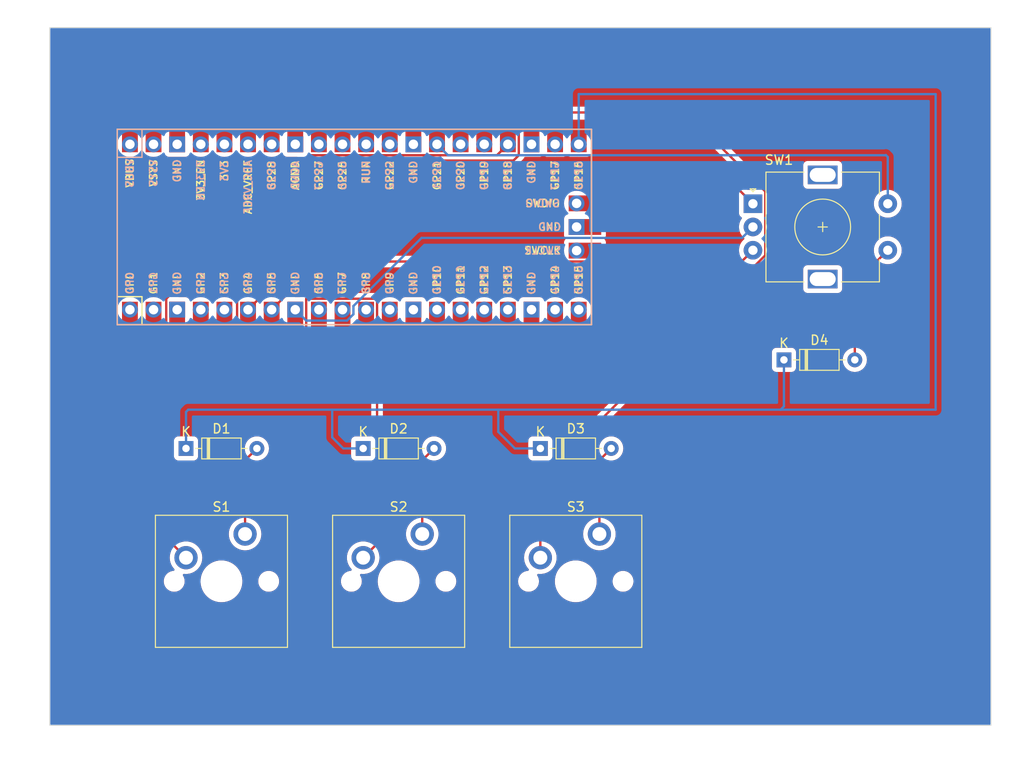
<source format=kicad_pcb>
(kicad_pcb (version 20221018) (generator pcbnew)
  (layers (0 "F.Cu" signal) (31 "B.Cu" signal) (34 "B.Paste" user) (35 "F.Paste" user) (36 "B.SilkS" user "B.Silkscreen") (37 "F.SilkS" user "F.Silkscreen") (38 "B.Mask" user) (39 "F.Mask" user) (44 "Edge.Cuts" user))
  (net 0 "")
  (net 1 "Row 0")
  (net 2 "Net-(D1-A)")
  (net 3 "Net-(D2-A)")
  (net 4 "Net-(D3-A)")
  (net 5 "Col 0")
  (net 6 "Col 1")
  (net 7 "Col 2")
  (net 8 "A(GP4)")
  (net 9 "B(GP5)")
  (net 10 "C(GND)")
  (net 11 "Net-(D4-A)")
  (net 30 "Col 3")
  (footprint "Rotary_Encoder:RotaryEncoder_Alps_EC11E-Switch_Vertical_H20mm" (layer "F.Cu") (at 193.487873 66.986268)
    (fp_text reference "SW1" (at 2.8 -4.7) (layer "F.SilkS"))
    (fp_text value "RotaryEncoder_Switch")
    (fp_line (start -0.3 -1.6) (end 0.3 -1.6) (stroke (width 0.12)) (layer "F.SilkS"))
    (fp_line (start 0 -1.3) (end -0.3 -1.6) (stroke (width 0.12)) (layer "F.SilkS"))
    (fp_line (start 0.3 -1.6) (end 0 -1.3) (stroke (width 0.12)) (layer "F.SilkS"))
    (fp_line (start 1.4 -3.4) (end 1.4 8.4) (stroke (width 0.12)) (layer "F.SilkS"))
    (fp_line (start 5.5 -3.4) (end 1.4 -3.4) (stroke (width 0.12)) (layer "F.SilkS"))
    (fp_line (start 5.5 8.4) (end 1.4 8.4) (stroke (width 0.12)) (layer "F.SilkS"))
    (fp_line (start 7 2.5) (end 8 2.5) (stroke (width 0.12)) (layer "F.SilkS"))
    (fp_line (start 7.5 2) (end 7.5 3) (stroke (width 0.12)) (layer "F.SilkS"))
    (fp_line (start 9.5 -3.4) (end 13.6 -3.4) (stroke (width 0.12)) (layer "F.SilkS"))
    (fp_line (start 13.6 -3.4) (end 13.6 -1) (stroke (width 0.12)) (layer "F.SilkS"))
    (fp_line (start 13.6 1.2) (end 13.6 3.8) (stroke (width 0.12)) (layer "F.SilkS"))
    (fp_line (start 13.6 6) (end 13.6 8.4) (stroke (width 0.12)) (layer "F.SilkS"))
    (fp_line (start 13.6 8.4) (end 9.5 8.4) (stroke (width 0.12)) (layer "F.SilkS"))
    (fp_circle (center 7.5 2.5) (end 10.5 2.5) (stroke (width 0.12)) (fill none) (layer "F.SilkS"))
    (pad "A" thru_hole rect (at 0 0) (size 2 2) (drill 1) (layers "*.Cu" "*.Mask") (net 8 "A(GP4)"))
    (pad "B" thru_hole circle (at 0 5) (size 2 2) (drill 1) (layers "*.Cu" "*.Mask") (net 9 "B(GP5)"))
    (pad "C" thru_hole circle (at 0 2.5) (size 2 2) (drill 1) (layers "*.Cu" "*.Mask") (net 10 "C(GND)"))
    (pad "MP" thru_hole rect (at 7.5 -3.1) (size 3.2 2) (drill oval 2.8 1.5) (layers "*.Cu" "*.Mask"))
    (pad "MP" thru_hole rect (at 7.5 8.1) (size 3.2 2) (drill oval 2.8 1.5) (layers "*.Cu" "*.Mask"))
    (pad "S1" thru_hole circle (at 14.5 5) (size 2 2) (drill 1) (layers "*.Cu" "*.Mask") (net 11 "Net-(D4-A)"))
    (pad "S2" thru_hole circle (at 14.5 0) (size 2 2) (drill 1) (layers "*.Cu" "*.Mask") (net 30 "Col 3"))
  )
  (footprint "ScottoKeebs_Components:Diode_DO-35" (layer "F.Cu") (at 151.577889 93.298788)
    (fp_text reference "D2" (at 3.81 -2.12) (layer "F.SilkS"))
    (fp_text value "Diode")
    (fp_text user "K" (at 0 -1.8) (layer "F.SilkS"))
    (fp_line (start 1.04 0) (end 1.69 0) (stroke (width 0.12)) (layer "F.SilkS"))
    (fp_line (start 1.69 -1.12) (end 1.69 1.12) (stroke (width 0.12)) (layer "F.SilkS"))
    (fp_line (start 1.69 1.12) (end 5.93 1.12) (stroke (width 0.12)) (layer "F.SilkS"))
    (fp_line (start 2.29 -1.12) (end 2.29 1.12) (stroke (width 0.12)) (layer "F.SilkS"))
    (fp_line (start 2.41 -1.12) (end 2.41 1.12) (stroke (width 0.12)) (layer "F.SilkS"))
    (fp_line (start 2.53 -1.12) (end 2.53 1.12) (stroke (width 0.12)) (layer "F.SilkS"))
    (fp_line (start 5.93 -1.12) (end 1.69 -1.12) (stroke (width 0.12)) (layer "F.SilkS"))
    (fp_line (start 5.93 1.12) (end 5.93 -1.12) (stroke (width 0.12)) (layer "F.SilkS"))
    (fp_line (start 6.58 0) (end 5.93 0) (stroke (width 0.12)) (layer "F.SilkS"))
    (pad "1" thru_hole rect (at 0 0) (size 1.6 1.6) (drill 0.8) (layers "*.Cu" "*.Mask") (net 1 "Row 0"))
    (pad "2" thru_hole oval (at 7.62 0) (size 1.6 1.6) (drill 0.8) (layers "*.Cu" "*.Mask") (net 3 "Net-(D2-A)"))
  )
  (footprint "ScottoKeebs_Components:Diode_DO-35" (layer "F.Cu") (at 132.527873 93.298788)
    (fp_text reference "D1" (at 3.81 -2.12) (layer "F.SilkS"))
    (fp_text value "Diode")
    (fp_text user "K" (at 0 -1.8) (layer "F.SilkS"))
    (fp_line (start 1.04 0) (end 1.69 0) (stroke (width 0.12)) (layer "F.SilkS"))
    (fp_line (start 1.69 -1.12) (end 1.69 1.12) (stroke (width 0.12)) (layer "F.SilkS"))
    (fp_line (start 1.69 1.12) (end 5.93 1.12) (stroke (width 0.12)) (layer "F.SilkS"))
    (fp_line (start 2.29 -1.12) (end 2.29 1.12) (stroke (width 0.12)) (layer "F.SilkS"))
    (fp_line (start 2.41 -1.12) (end 2.41 1.12) (stroke (width 0.12)) (layer "F.SilkS"))
    (fp_line (start 2.53 -1.12) (end 2.53 1.12) (stroke (width 0.12)) (layer "F.SilkS"))
    (fp_line (start 5.93 -1.12) (end 1.69 -1.12) (stroke (width 0.12)) (layer "F.SilkS"))
    (fp_line (start 5.93 1.12) (end 5.93 -1.12) (stroke (width 0.12)) (layer "F.SilkS"))
    (fp_line (start 6.58 0) (end 5.93 0) (stroke (width 0.12)) (layer "F.SilkS"))
    (pad "1" thru_hole rect (at 0 0) (size 1.6 1.6) (drill 0.8) (layers "*.Cu" "*.Mask") (net 1 "Row 0"))
    (pad "2" thru_hole oval (at 7.62 0) (size 1.6 1.6) (drill 0.8) (layers "*.Cu" "*.Mask") (net 2 "Net-(D1-A)"))
  )
  (footprint "ScottoKeebs_Components:Diode_DO-35" (layer "F.Cu") (at 196.821677 83.77378)
    (fp_text reference "D4" (at 3.81 -2.12) (layer "F.SilkS"))
    (fp_text value "Diode")
    (fp_text user "K" (at 0 -1.8) (layer "F.SilkS"))
    (fp_line (start 1.04 0) (end 1.69 0) (stroke (width 0.12)) (layer "F.SilkS"))
    (fp_line (start 1.69 -1.12) (end 1.69 1.12) (stroke (width 0.12)) (layer "F.SilkS"))
    (fp_line (start 1.69 1.12) (end 5.93 1.12) (stroke (width 0.12)) (layer "F.SilkS"))
    (fp_line (start 2.29 -1.12) (end 2.29 1.12) (stroke (width 0.12)) (layer "F.SilkS"))
    (fp_line (start 2.41 -1.12) (end 2.41 1.12) (stroke (width 0.12)) (layer "F.SilkS"))
    (fp_line (start 2.53 -1.12) (end 2.53 1.12) (stroke (width 0.12)) (layer "F.SilkS"))
    (fp_line (start 5.93 -1.12) (end 1.69 -1.12) (stroke (width 0.12)) (layer "F.SilkS"))
    (fp_line (start 5.93 1.12) (end 5.93 -1.12) (stroke (width 0.12)) (layer "F.SilkS"))
    (fp_line (start 6.58 0) (end 5.93 0) (stroke (width 0.12)) (layer "F.SilkS"))
    (pad "1" thru_hole rect (at 0 0) (size 1.6 1.6) (drill 0.8) (layers "*.Cu" "*.Mask") (net 1 "Row 0"))
    (pad "2" thru_hole oval (at 7.62 0) (size 1.6 1.6) (drill 0.8) (layers "*.Cu" "*.Mask") (net 11 "Net-(D4-A)"))
  )
  (footprint "ScottoKeebs_MX:MX_PCB_1.00u" (layer "F.Cu") (at 155.387873 107.586268)
    (fp_text reference "S2" (at 0 -8) (layer "F.SilkS"))
    (fp_text value "Keyswitch")
    (fp_line (start -7.1 -7.1) (end -7.1 7.1) (stroke (width 0.12)) (layer "F.SilkS"))
    (fp_line (start -7.1 7.1) (end 7.1 7.1) (stroke (width 0.12)) (layer "F.SilkS"))
    (fp_line (start 7.1 -7.1) (end -7.1 -7.1) (stroke (width 0.12)) (layer "F.SilkS"))
    (fp_line (start 7.1 7.1) (end 7.1 -7.1) (stroke (width 0.12)) (layer "F.SilkS"))
    (pad "" np_thru_hole circle (at -5.08 0) (size 1.75 1.75) (drill 1.75) (layers "*.Cu" "*.Mask"))
    (pad "" np_thru_hole circle (at 0 0) (size 4 4) (drill 4) (layers "*.Cu" "*.Mask"))
    (pad "" np_thru_hole circle (at 5.08 0) (size 1.75 1.75) (drill 1.75) (layers "*.Cu" "*.Mask"))
    (pad "1" thru_hole circle (at -3.81 -2.54) (size 2.5 2.5) (drill 1.5) (layers "*.Cu" "*.Mask") (net 6 "Col 1"))
    (pad "2" thru_hole circle (at 2.54 -5.08) (size 2.5 2.5) (drill 1.5) (layers "*.Cu" "*.Mask") (net 3 "Net-(D2-A)"))
  )
  (footprint "ScottoKeebs_MX:MX_PCB_1.00u" (layer "F.Cu") (at 174.437873 107.586268)
    (fp_text reference "S3" (at 0 -8) (layer "F.SilkS"))
    (fp_text value "Keyswitch")
    (fp_line (start -7.1 -7.1) (end -7.1 7.1) (stroke (width 0.12)) (layer "F.SilkS"))
    (fp_line (start -7.1 7.1) (end 7.1 7.1) (stroke (width 0.12)) (layer "F.SilkS"))
    (fp_line (start 7.1 -7.1) (end -7.1 -7.1) (stroke (width 0.12)) (layer "F.SilkS"))
    (fp_line (start 7.1 7.1) (end 7.1 -7.1) (stroke (width 0.12)) (layer "F.SilkS"))
    (pad "" np_thru_hole circle (at -5.08 0) (size 1.75 1.75) (drill 1.75) (layers "*.Cu" "*.Mask"))
    (pad "" np_thru_hole circle (at 0 0) (size 4 4) (drill 4) (layers "*.Cu" "*.Mask"))
    (pad "" np_thru_hole circle (at 5.08 0) (size 1.75 1.75) (drill 1.75) (layers "*.Cu" "*.Mask"))
    (pad "1" thru_hole circle (at -3.81 -2.54) (size 2.5 2.5) (drill 1.5) (layers "*.Cu" "*.Mask") (net 7 "Col 2"))
    (pad "2" thru_hole circle (at 2.54 -5.08) (size 2.5 2.5) (drill 1.5) (layers "*.Cu" "*.Mask") (net 4 "Net-(D3-A)"))
  )
  (footprint "ScottoKeebs_MCU:Raspberry_Pi_Pico" (layer "F.Cu") (at 150.625373 69.486268 90)
    (fp_text reference "U1" hide)
    (fp_text value "Raspberry_Pi_Pico" hide)
    (fp_text user "GP26" (at 5.54 -1.27 90) (layer "B.SilkS") (effects (font (size 0.8 0.8)) (justify mirror)))
    (fp_text user "AGND" (at 5.54 -6.35 90) (layer "B.SilkS") (effects (font (size 0.8 0.8)) (justify mirror)))
    (fp_text user "GP1" (at -6.04 -21.6 90) (layer "B.SilkS") (effects (font (size 0.8 0.8)) (justify mirror)))
    (fp_text user "GP19" (at 5.54 13.97 90) (layer "B.SilkS") (effects (font (size 0.8 0.8)) (justify mirror)))
    (fp_text user "GND" (at -6.04 -6.35 90) (layer "B.SilkS") (effects (font (size 0.8 0.8)) (justify mirror)))
    (fp_text user "ADC_VREF" (at 4.29 -11.43 90) (layer "B.SilkS") (effects (font (size 0.8 0.8)) (justify mirror)))
    (fp_text user "GND" (at -6.04 6.35 90) (layer "B.SilkS") (effects (font (size 0.8 0.8)) (justify mirror)))
    (fp_text user "GP21" (at 5.54 8.9 90) (layer "B.SilkS") (effects (font (size 0.8 0.8)) (justify mirror)))
    (fp_text user "GP8" (at -6.04 1.27 90) (layer "B.SilkS") (effects (font (size 0.8 0.8)) (justify mirror)))
    (fp_text user "SWCLK" (at -2.54 20.25) (layer "B.SilkS") (effects (font (size 0.8 0.8)) (justify mirror)))
    (fp_text user "VBUS" (at 5.79 -24.13 90) (layer "B.SilkS") (effects (font (size 0.8 0.8)) (justify mirror)))
    (fp_text user "GND" (at 5.89 6.35 90) (layer "B.SilkS") (effects (font (size 0.8 0.8)) (justify mirror)))
    (fp_text user "GND" (at 5.89 19.05 90) (layer "B.SilkS") (effects (font (size 0.8 0.8)) (justify mirror)))
    (fp_text user "GP7" (at -6.04 -1.3 90) (layer "B.SilkS") (effects (font (size 0.8 0.8)) (justify mirror)))
    (fp_text user "GND" (at -6.04 -19.05 90) (layer "B.SilkS") (effects (font (size 0.8 0.8)) (justify mirror)))
    (fp_text user "GP0" (at -6.04 -24.13 90) (layer "B.SilkS") (effects (font (size 0.8 0.8)) (justify mirror)))
    (fp_text user "GP14" (at -5.69 21.59 90) (layer "B.SilkS") (effects (font (size 0.8 0.8)) (justify mirror)))
    (fp_text user "GP2" (at -6.04 -16.51 90) (layer "B.SilkS") (effects (font (size 0.8 0.8)) (justify mirror)))
    (fp_text user "GP20" (at 5.54 11.43 90) (layer "B.SilkS") (effects (font (size 0.8 0.8)) (justify mirror)))
    (fp_text user "GP4" (at -6.04 -11.43 90) (layer "B.SilkS") (effects (font (size 0.8 0.8)) (justify mirror)))
    (fp_text user "GP13" (at -5.69 16.51 90) (layer "B.SilkS") (effects (font (size 0.8 0.8)) (justify mirror)))
    (fp_text user "GP16" (at 5.54 24.13 90) (layer "B.SilkS") (effects (font (size 0.8 0.8)) (justify mirror)))
    (fp_text user "GP28" (at 5.54 -8.89 90) (layer "B.SilkS") (effects (font (size 0.8 0.8)) (justify mirror)))
    (fp_text user "GP27" (at 5.54 -3.8 90) (layer "B.SilkS") (effects (font (size 0.8 0.8)) (justify mirror)))
    (fp_text user "RUN" (at 5.89 1.27 90) (layer "B.SilkS") (effects (font (size 0.8 0.8)) (justify mirror)))
    (fp_text user "GP18" (at 5.54 16.51 90) (layer "B.SilkS") (effects (font (size 0.8 0.8)) (justify mirror)))
    (fp_text user "GP22" (at 5.54 3.81 90) (layer "B.SilkS") (effects (font (size 0.8 0.8)) (justify mirror)))
    (fp_text user "GP15" (at -5.69 24.13 90) (layer "B.SilkS") (effects (font (size 0.8 0.8)) (justify mirror)))
    (fp_text user "3V3" (at 6.04 -13.97 90) (layer "B.SilkS") (effects (font (size 0.8 0.8)) (justify mirror)))
    (fp_text user "GP3" (at -6.04 -13.97 90) (layer "B.SilkS") (effects (font (size 0.8 0.8)) (justify mirror)))
    (fp_text user "VSYS" (at 5.79 -21.59 90) (layer "B.SilkS") (effects (font (size 0.8 0.8)) (justify mirror)))
    (fp_text user "GP5" (at -6.04 -8.89 90) (layer "B.SilkS") (effects (font (size 0.8 0.8)) (justify mirror)))
    (fp_text user "GP11" (at -5.69 11.43 90) (layer "B.SilkS") (effects (font (size 0.8 0.8)) (justify mirror)))
    (fp_text user "GND" (at 0 21) (layer "B.SilkS") (effects (font (size 0.8 0.8)) (justify mirror)))
    (fp_text user "GP12" (at -5.69 13.97 90) (layer "B.SilkS") (effects (font (size 0.8 0.8)) (justify mirror)))
    (fp_text user "SWDIO" (at 2.54 20.25) (layer "B.SilkS") (effects (font (size 0.8 0.8)) (justify mirror)))
    (fp_text user "GP17" (at 5.54 21.59 90) (layer "B.SilkS") (effects (font (size 0.8 0.8)) (justify mirror)))
    (fp_text user "GP6" (at -6.04 -3.81 90) (layer "B.SilkS") (effects (font (size 0.8 0.8)) (justify mirror)))
    (fp_text user "GP9" (at -6.04 3.81 90) (layer "B.SilkS") (effects (font (size 0.8 0.8)) (justify mirror)))
    (fp_text user "GP10" (at -5.69 8.89 90) (layer "B.SilkS") (effects (font (size 0.8 0.8)) (justify mirror)))
    (fp_text user "3V3_EN" (at 5.04 -16.51 90) (layer "B.SilkS") (effects (font (size 0.8 0.8)) (justify mirror)))
    (fp_text user "GND" (at -6.04 19.05 90) (layer "B.SilkS") (effects (font (size 0.8 0.8)) (justify mirror)))
    (fp_text user "GND" (at 6.04 -19.05 90) (layer "B.SilkS") (effects (font (size 0.8 0.8)) (justify mirror)))
    (fp_text user "AGND" (at 5.54 -6.35 90) (layer "F.SilkS") (effects (font (size 0.8 0.8))))
    (fp_text user "GND" (at 6.04 -19.05 90) (layer "F.SilkS") (effects (font (size 0.8 0.8))))
    (fp_text user "GP18" (at 5.54 16.51 90) (layer "F.SilkS") (effects (font (size 0.8 0.8))))
    (fp_text user "GP9" (at -6.04 3.81 90) (layer "F.SilkS") (effects (font (size 0.8 0.8))))
    (fp_text user "ADC_VREF" (at 4.29 -11.43 90) (layer "F.SilkS") (effects (font (size 0.8 0.8))))
    (fp_text user "GP19" (at 5.54 13.97 90) (layer "F.SilkS") (effects (font (size 0.8 0.8))))
    (fp_text user "GP1" (at -6.04 -21.6 90) (layer "F.SilkS") (effects (font (size 0.8 0.8))))
    (fp_text user "SWCLK" (at -2.54 20.25) (layer "F.SilkS") (effects (font (size 0.8 0.8))))
    (fp_text user "RUN" (at 5.89 1.27 90) (layer "F.SilkS") (effects (font (size 0.8 0.8))))
    (fp_text user "GP2" (at -6.04 -16.51 90) (layer "F.SilkS") (effects (font (size 0.8 0.8))))
    (fp_text user "GP0" (at -6.04 -24.13 90) (layer "F.SilkS") (effects (font (size 0.8 0.8))))
    (fp_text user "GP22" (at 5.54 3.81 90) (layer "F.SilkS") (effects (font (size 0.8 0.8))))
    (fp_text user "GP12" (at -5.69 13.97 90) (layer "F.SilkS") (effects (font (size 0.8 0.8))))
    (fp_text user "GP5" (at -6.04 -8.89 90) (layer "F.SilkS") (effects (font (size 0.8 0.8))))
    (fp_text user "3V3_EN" (at 5.04 -16.51 90) (layer "F.SilkS") (effects (font (size 0.8 0.8))))
    (fp_text user "GP16" (at 5.54 24.13 90) (layer "F.SilkS") (effects (font (size 0.8 0.8))))
    (fp_text user "GP20" (at 5.54 11.43 90) (layer "F.SilkS") (effects (font (size 0.8 0.8))))
    (fp_text user "GND" (at -6.04 -6.35 90) (layer "F.SilkS") (effects (font (size 0.8 0.8))))
    (fp_text user "GP10" (at -5.69 8.89 90) (layer "F.SilkS") (effects (font (size 0.8 0.8))))
    (fp_text user "GND" (at 0 21) (layer "F.SilkS") (effects (font (size 0.8 0.8))))
    (fp_text user "GP21" (at 5.54 8.9 90) (layer "F.SilkS") (effects (font (size 0.8 0.8))))
    (fp_text user "GP6" (at -6.04 -3.81 90) (layer "F.SilkS") (effects (font (size 0.8 0.8))))
    (fp_text user "GP27" (at 5.54 -3.8 90) (layer "F.SilkS") (effects (font (size 0.8 0.8))))
    (fp_text user "GP14" (at -5.69 21.59 90) (layer "F.SilkS") (effects (font (size 0.8 0.8))))
    (fp_text user "VSYS" (at 5.79 -21.59 90) (layer "F.SilkS") (effects (font (size 0.8 0.8))))
    (fp_text user "GP8" (at -6.04 1.27 90) (layer "F.SilkS") (effects (font (size 0.8 0.8))))
    (fp_text user "GP4" (at -6.04 -11.43 90) (layer "F.SilkS") (effects (font (size 0.8 0.8))))
    (fp_text user "SWDIO" (at 2.54 20.25) (layer "F.SilkS") (effects (font (size 0.8 0.8))))
    (fp_text user "GP7" (at -6.04 -1.3 90) (layer "F.SilkS") (effects (font (size 0.8 0.8))))
    (fp_text user "GND" (at -6.04 6.35 90) (layer "F.SilkS") (effects (font (size 0.8 0.8))))
    (fp_text user "GP15" (at -5.69 24.13 90) (layer "F.SilkS") (effects (font (size 0.8 0.8))))
    (fp_text user "3V3" (at 6.04 -13.97 90) (layer "F.SilkS") (effects (font (size 0.8 0.8))))
    (fp_text user "GND" (at -6.04 19.05 90) (layer "F.SilkS") (effects (font (size 0.8 0.8))))
    (fp_text user "GP3" (at -6.04 -13.97 90) (layer "F.SilkS") (effects (font (size 0.8 0.8))))
    (fp_text user "GP13" (at -5.69 16.51 90) (layer "F.SilkS") (effects (font (size 0.8 0.8))))
    (fp_text user "GP26" (at 5.54 -1.27 90) (layer "F.SilkS") (effects (font (size 0.8 0.8))))
    (fp_text user "GND" (at -6.04 -19.05 90) (layer "F.SilkS") (effects (font (size 0.8 0.8))))
    (fp_text user "GND" (at 5.89 6.35 90) (layer "F.SilkS") (effects (font (size 0.8 0.8))))
    (fp_text user "GND" (at 5.89 19.05 90) (layer "F.SilkS") (effects (font (size 0.8 0.8))))
    (fp_text user "GP11" (at -5.69 11.43 90) (layer "F.SilkS") (effects (font (size 0.8 0.8))))
    (fp_text user "GP28" (at 5.54 -8.89 90) (layer "F.SilkS") (effects (font (size 0.8 0.8))))
    (fp_text user "GP17" (at 5.54 21.59 90) (layer "F.SilkS") (effects (font (size 0.8 0.8))))
    (fp_text user "VBUS" (at 5.79 -24.13 90) (layer "F.SilkS") (effects (font (size 0.8 0.8))))
    (fp_line (start -10.5 -25.5) (end -10.5 25.5) (stroke (width 0.15)) (layer "B.SilkS"))
    (fp_line (start -10.5 25.5) (end 10.5 25.5) (stroke (width 0.15)) (layer "B.SilkS"))
    (fp_line (start 7.493 -22.833) (end 7.493 -25.5) (stroke (width 0.15)) (layer "B.SilkS"))
    (fp_line (start 10.5 -25.5) (end -10.5 -25.5) (stroke (width 0.15)) (layer "B.SilkS"))
    (fp_line (start 10.5 -25.5) (end 10.5 25.5) (stroke (width 0.15)) (layer "B.SilkS"))
    (fp_line (start 10.5 -22.833) (end 7.493 -22.833) (stroke (width 0.15)) (layer "B.SilkS"))
    (fp_line (start -10.5 -25.5) (end -10.5 25.5) (stroke (width 0.15)) (layer "F.SilkS"))
    (fp_line (start -10.5 -25.5) (end 10.5 -25.5) (stroke (width 0.15)) (layer "F.SilkS"))
    (fp_line (start -10.5 -22.833) (end -7.493 -22.833) (stroke (width 0.15)) (layer "F.SilkS"))
    (fp_line (start -7.493 -22.833) (end -7.493 -25.5) (stroke (width 0.15)) (layer "F.SilkS"))
    (fp_line (start 10.5 -25.5) (end 10.5 25.5) (stroke (width 0.15)) (layer "F.SilkS"))
    (fp_line (start 10.5 25.5) (end -10.5 25.5) (stroke (width 0.15)) (layer "F.SilkS"))
    (pad "1" thru_hole oval (at -8.89 -24.13 90) (size 1.7 1.7) (drill 1.02) (layers "*.Cu" "*.Mask"))
    (pad "1" smd rect (at -8.89 -24.13 90) (size 3.5 1.7) (drill (offset -0.9 0)) (layers "F.Cu" "F.Mask"))
    (pad "2" thru_hole oval (at -8.89 -21.59 90) (size 1.7 1.7) (drill 1.02) (layers "*.Cu" "*.Mask"))
    (pad "2" smd rect (at -8.89 -21.59 90) (size 3.5 1.7) (drill (offset -0.9 0)) (layers "F.Cu" "F.Mask"))
    (pad "3" thru_hole rect (at -8.89 -19.05 90) (size 1.7 1.7) (drill 1.02) (layers "*.Cu" "*.Mask"))
    (pad "3" smd rect (at -8.89 -19.05 90) (size 3.5 1.7) (drill (offset -0.9 0)) (layers "F.Cu" "F.Mask"))
    (pad "4" thru_hole oval (at -8.89 -16.51 90) (size 1.7 1.7) (drill 1.02) (layers "*.Cu" "*.Mask"))
    (pad "4" smd rect (at -8.89 -16.51 90) (size 3.5 1.7) (drill (offset -0.9 0)) (layers "F.Cu" "F.Mask"))
    (pad "5" thru_hole oval (at -8.89 -13.97 90) (size 1.7 1.7) (drill 1.02) (layers "*.Cu" "*.Mask"))
    (pad "5" smd rect (at -8.89 -13.97 90) (size 3.5 1.7) (drill (offset -0.9 0)) (layers "F.Cu" "F.Mask"))
    (pad "6" thru_hole oval (at -8.89 -11.43 90) (size 1.7 1.7) (drill 1.02) (layers "*.Cu" "*.Mask") (net 8 "A(GP4)"))
    (pad "6" smd rect (at -8.89 -11.43 90) (size 3.5 1.7) (drill (offset -0.9 0)) (layers "F.Cu" "F.Mask") (net 8 "A(GP4)"))
    (pad "7" thru_hole oval (at -8.89 -8.89 90) (size 1.7 1.7) (drill 1.02) (layers "*.Cu" "*.Mask") (net 9 "B(GP5)"))
    (pad "7" smd rect (at -8.89 -8.89 90) (size 3.5 1.7) (drill (offset -0.9 0)) (layers "F.Cu" "F.Mask") (net 9 "B(GP5)"))
    (pad "8" thru_hole rect (at -8.89 -6.35 90) (size 1.7 1.7) (drill 1.02) (layers "*.Cu" "*.Mask") (net 10 "C(GND)"))
    (pad "8" smd rect (at -8.89 -6.35 90) (size 3.5 1.7) (drill (offset -0.9 0)) (layers "F.Cu" "F.Mask") (net 10 "C(GND)"))
    (pad "9" thru_hole oval (at -8.89 -3.81 90) (size 1.7 1.7) (drill 1.02) (layers "*.Cu" "*.Mask"))
    (pad "9" smd rect (at -8.89 -3.81 90) (size 3.5 1.7) (drill (offset -0.9 0)) (layers "F.Cu" "F.Mask"))
    (pad "10" thru_hole oval (at -8.89 -1.27 90) (size 1.7 1.7) (drill 1.02) (layers "*.Cu" "*.Mask"))
    (pad "10" smd rect (at -8.89 -1.27 90) (size 3.5 1.7) (drill (offset -0.9 0)) (layers "F.Cu" "F.Mask"))
    (pad "11" thru_hole oval (at -8.89 1.27 90) (size 1.7 1.7) (drill 1.02) (layers "*.Cu" "*.Mask"))
    (pad "11" smd rect (at -8.89 1.27 90) (size 3.5 1.7) (drill (offset -0.9 0)) (layers "F.Cu" "F.Mask"))
    (pad "12" thru_hole oval (at -8.89 3.81 90) (size 1.7 1.7) (drill 1.02) (layers "*.Cu" "*.Mask"))
    (pad "12" smd rect (at -8.89 3.81 90) (size 3.5 1.7) (drill (offset -0.9 0)) (layers "F.Cu" "F.Mask"))
    (pad "13" thru_hole rect (at -8.89 6.35 90) (size 1.7 1.7) (drill 1.02) (layers "*.Cu" "*.Mask"))
    (pad "13" smd rect (at -8.89 6.35 90) (size 3.5 1.7) (drill (offset -0.9 0)) (layers "F.Cu" "F.Mask"))
    (pad "14" thru_hole oval (at -8.89 8.89 90) (size 1.7 1.7) (drill 1.02) (layers "*.Cu" "*.Mask"))
    (pad "14" smd rect (at -8.89 8.89 90) (size 3.5 1.7) (drill (offset -0.9 0)) (layers "F.Cu" "F.Mask"))
    (pad "15" thru_hole oval (at -8.89 11.43 90) (size 1.7 1.7) (drill 1.02) (layers "*.Cu" "*.Mask"))
    (pad "15" smd rect (at -8.89 11.43 90) (size 3.5 1.7) (drill (offset -0.9 0)) (layers "F.Cu" "F.Mask"))
    (pad "16" thru_hole oval (at -8.89 13.97 90) (size 1.7 1.7) (drill 1.02) (layers "*.Cu" "*.Mask"))
    (pad "16" smd rect (at -8.89 13.97 90) (size 3.5 1.7) (drill (offset -0.9 0)) (layers "F.Cu" "F.Mask"))
    (pad "17" thru_hole oval (at -8.89 16.51 90) (size 1.7 1.7) (drill 1.02) (layers "*.Cu" "*.Mask"))
    (pad "17" smd rect (at -8.89 16.51 90) (size 3.5 1.7) (drill (offset -0.9 0)) (layers "F.Cu" "F.Mask"))
    (pad "18" thru_hole rect (at -8.89 19.05 90) (size 1.7 1.7) (drill 1.02) (layers "*.Cu" "*.Mask"))
    (pad "18" smd rect (at -8.89 19.05 90) (size 3.5 1.7) (drill (offset -0.9 0)) (layers "F.Cu" "F.Mask"))
    (pad "19" thru_hole oval (at -8.89 21.59 90) (size 1.7 1.7) (drill 1.02) (layers "*.Cu" "*.Mask"))
    (pad "19" smd rect (at -8.89 21.59 90) (size 3.5 1.7) (drill (offset -0.9 0)) (layers "F.Cu" "F.Mask"))
    (pad "20" thru_hole oval (at -8.89 24.13 90) (size 1.7 1.7) (drill 1.02) (layers "*.Cu" "*.Mask"))
    (pad "20" smd rect (at -8.89 24.13 90) (size 3.5 1.7) (drill (offset -0.9 0)) (layers "F.Cu" "F.Mask"))
    (pad "21" thru_hole oval (at 8.89 24.13 90) (size 1.7 1.7) (drill 1.02) (layers "*.Cu" "*.Mask") (net 1 "Row 0"))
    (pad "21" smd rect (at 8.89 24.13 90) (size 3.5 1.7) (drill (offset 0.9 0)) (layers "F.Cu" "F.Mask") (net 1 "Row 0"))
    (pad "22" thru_hole oval (at 8.89 21.59 90) (size 1.7 1.7) (drill 1.02) (layers "*.Cu" "*.Mask"))
    (pad "22" smd rect (at 8.89 21.59 90) (size 3.5 1.7) (drill (offset 0.9 0)) (layers "F.Cu" "F.Mask"))
    (pad "23" thru_hole rect (at 8.89 19.05 90) (size 1.7 1.7) (drill 1.02) (layers "*.Cu" "*.Mask"))
    (pad "23" smd rect (at 8.89 19.05 90) (size 3.5 1.7) (drill (offset 0.9 0)) (layers "F.Cu" "F.Mask"))
    (pad "24" thru_hole oval (at 8.89 16.51 90) (size 1.7 1.7) (drill 1.02) (layers "*.Cu" "*.Mask") (net 5 "Col 0"))
    (pad "24" smd rect (at 8.89 16.51 90) (size 3.5 1.7) (drill (offset 0.9 0)) (layers "F.Cu" "F.Mask") (net 5 "Col 0"))
    (pad "25" thru_hole oval (at 8.89 13.97 90) (size 1.7 1.7) (drill 1.02) (layers "*.Cu" "*.Mask") (net 6 "Col 1"))
    (pad "25" smd rect (at 8.89 13.97 90) (size 3.5 1.7) (drill (offset 0.9 0)) (layers "F.Cu" "F.Mask") (net 6 "Col 1"))
    (pad "26" thru_hole oval (at 8.89 11.43 90) (size 1.7 1.7) (drill 1.02) (layers "*.Cu" "*.Mask") (net 7 "Col 2"))
    (pad "26" smd rect (at 8.89 11.43 90) (size 3.5 1.7) (drill (offset 0.9 0)) (layers "F.Cu" "F.Mask") (net 7 "Col 2"))
    (pad "27" thru_hole oval (at 8.89 8.89 90) (size 1.7 1.7) (drill 1.02) (layers "*.Cu" "*.Mask") (net 30 "Col 3"))
    (pad "27" smd rect (at 8.89 8.89 90) (size 3.5 1.7) (drill (offset 0.9 0)) (layers "F.Cu" "F.Mask") (net 30 "Col 3"))
    (pad "28" thru_hole rect (at 8.89 6.35 90) (size 1.7 1.7) (drill 1.02) (layers "*.Cu" "*.Mask"))
    (pad "28" smd rect (at 8.89 6.35 90) (size 3.5 1.7) (drill (offset 0.9 0)) (layers "F.Cu" "F.Mask"))
    (pad "29" thru_hole oval (at 8.89 3.81 90) (size 1.7 1.7) (drill 1.02) (layers "*.Cu" "*.Mask"))
    (pad "29" smd rect (at 8.89 3.81 90) (size 3.5 1.7) (drill (offset 0.9 0)) (layers "F.Cu" "F.Mask"))
    (pad "30" thru_hole oval (at 8.89 1.27 90) (size 1.7 1.7) (drill 1.02) (layers "*.Cu" "*.Mask"))
    (pad "30" smd rect (at 8.89 1.27 90) (size 3.5 1.7) (drill (offset 0.9 0)) (layers "F.Cu" "F.Mask"))
    (pad "31" thru_hole oval (at 8.89 -1.27 90) (size 1.7 1.7) (drill 1.02) (layers "*.Cu" "*.Mask"))
    (pad "31" smd rect (at 8.89 -1.27 90) (size 3.5 1.7) (drill (offset 0.9 0)) (layers "F.Cu" "F.Mask"))
    (pad "32" thru_hole oval (at 8.89 -3.81 90) (size 1.7 1.7) (drill 1.02) (layers "*.Cu" "*.Mask"))
    (pad "32" smd rect (at 8.89 -3.81 90) (size 3.5 1.7) (drill (offset 0.9 0)) (layers "F.Cu" "F.Mask"))
    (pad "33" thru_hole rect (at 8.89 -6.35 90) (size 1.7 1.7) (drill 1.02) (layers "*.Cu" "*.Mask"))
    (pad "33" smd rect (at 8.89 -6.35 90) (size 3.5 1.7) (drill (offset 0.9 0)) (layers "F.Cu" "F.Mask"))
    (pad "34" thru_hole oval (at 8.89 -8.89 90) (size 1.7 1.7) (drill 1.02) (layers "*.Cu" "*.Mask"))
    (pad "34" smd rect (at 8.89 -8.89 90) (size 3.5 1.7) (drill (offset 0.9 0)) (layers "F.Cu" "F.Mask"))
    (pad "35" thru_hole oval (at 8.89 -11.43 90) (size 1.7 1.7) (drill 1.02) (layers "*.Cu" "*.Mask"))
    (pad "35" smd rect (at 8.89 -11.43 90) (size 3.5 1.7) (drill (offset 0.9 0)) (layers "F.Cu" "F.Mask"))
    (pad "36" thru_hole oval (at 8.89 -13.97 90) (size 1.7 1.7) (drill 1.02) (layers "*.Cu" "*.Mask"))
    (pad "36" smd rect (at 8.89 -13.97 90) (size 3.5 1.7) (drill (offset 0.9 0)) (layers "F.Cu" "F.Mask"))
    (pad "37" thru_hole oval (at 8.89 -16.51 90) (size 1.7 1.7) (drill 1.02) (layers "*.Cu" "*.Mask"))
    (pad "37" smd rect (at 8.89 -16.51 90) (size 3.5 1.7) (drill (offset 0.9 0)) (layers "F.Cu" "F.Mask"))
    (pad "38" thru_hole rect (at 8.89 -19.05 90) (size 1.7 1.7) (drill 1.02) (layers "*.Cu" "*.Mask"))
    (pad "38" smd rect (at 8.89 -19.05 90) (size 3.5 1.7) (drill (offset 0.9 0)) (layers "F.Cu" "F.Mask"))
    (pad "39" thru_hole oval (at 8.89 -21.59 90) (size 1.7 1.7) (drill 1.02) (layers "*.Cu" "*.Mask"))
    (pad "39" smd rect (at 8.89 -21.59 90) (size 3.5 1.7) (drill (offset 0.9 0)) (layers "F.Cu" "F.Mask"))
    (pad "40" thru_hole oval (at 8.89 -24.13 90) (size 1.7 1.7) (drill 1.02) (layers "*.Cu" "*.Mask"))
    (pad "40" smd rect (at 8.89 -24.13 90) (size 3.5 1.7) (drill (offset 0.9 0)) (layers "F.Cu" "F.Mask"))
    (pad "41" thru_hole oval (at -2.54 23.9 90) (size 1.7 1.7) (drill 1.02) (layers "*.Cu" "*.Mask"))
    (pad "41" smd rect (at -2.54 23.9 180) (size 3.5 1.7) (drill (offset -0.9 0)) (layers "F.Cu" "F.Mask"))
    (pad "42" thru_hole rect (at 0 23.9 90) (size 1.7 1.7) (drill 1.02) (layers "*.Cu" "*.Mask"))
    (pad "42" smd rect (at 0 23.9 180) (size 3.5 1.7) (drill (offset -0.9 0)) (layers "F.Cu" "F.Mask"))
    (pad "43" thru_hole oval (at 2.54 23.9 90) (size 1.7 1.7) (drill 1.02) (layers "*.Cu" "*.Mask"))
    (pad "43" smd rect (at 2.54 23.9 180) (size 3.5 1.7) (drill (offset -0.9 0)) (layers "F.Cu" "F.Mask"))
  )
  (footprint "ScottoKeebs_MX:MX_PCB_1.00u" (layer "F.Cu") (at 136.337873 107.586268)
    (fp_text reference "S1" (at 0 -8) (layer "F.SilkS"))
    (fp_text value "Keyswitch")
    (fp_line (start -7.1 -7.1) (end -7.1 7.1) (stroke (width 0.12)) (layer "F.SilkS"))
    (fp_line (start -7.1 7.1) (end 7.1 7.1) (stroke (width 0.12)) (layer "F.SilkS"))
    (fp_line (start 7.1 -7.1) (end -7.1 -7.1) (stroke (width 0.12)) (layer "F.SilkS"))
    (fp_line (start 7.1 7.1) (end 7.1 -7.1) (stroke (width 0.12)) (layer "F.SilkS"))
    (pad "" np_thru_hole circle (at -5.08 0) (size 1.75 1.75) (drill 1.75) (layers "*.Cu" "*.Mask"))
    (pad "" np_thru_hole circle (at 0 0) (size 4 4) (drill 4) (layers "*.Cu" "*.Mask"))
    (pad "" np_thru_hole circle (at 5.08 0) (size 1.75 1.75) (drill 1.75) (layers "*.Cu" "*.Mask"))
    (pad "1" thru_hole circle (at -3.81 -2.54) (size 2.5 2.5) (drill 1.5) (layers "*.Cu" "*.Mask") (net 5 "Col 0"))
    (pad "2" thru_hole circle (at 2.54 -5.08) (size 2.5 2.5) (drill 1.5) (layers "*.Cu" "*.Mask") (net 2 "Net-(D1-A)"))
  )
  (footprint "ScottoKeebs_Components:Diode_DO-35" (layer "F.Cu") (at 170.627905 93.298788)
    (fp_text reference "D3" (at 3.81 -2.12) (layer "F.SilkS"))
    (fp_text value "Diode")
    (fp_text user "K" (at 0 -1.8) (layer "F.SilkS"))
    (fp_line (start 1.04 0) (end 1.69 0) (stroke (width 0.12)) (layer "F.SilkS"))
    (fp_line (start 1.69 -1.12) (end 1.69 1.12) (stroke (width 0.12)) (layer "F.SilkS"))
    (fp_line (start 1.69 1.12) (end 5.93 1.12) (stroke (width 0.12)) (layer "F.SilkS"))
    (fp_line (start 2.29 -1.12) (end 2.29 1.12) (stroke (width 0.12)) (layer "F.SilkS"))
    (fp_line (start 2.41 -1.12) (end 2.41 1.12) (stroke (width 0.12)) (layer "F.SilkS"))
    (fp_line (start 2.53 -1.12) (end 2.53 1.12) (stroke (width 0.12)) (layer "F.SilkS"))
    (fp_line (start 5.93 -1.12) (end 1.69 -1.12) (stroke (width 0.12)) (layer "F.SilkS"))
    (fp_line (start 5.93 1.12) (end 5.93 -1.12) (stroke (width 0.12)) (layer "F.SilkS"))
    (fp_line (start 6.58 0) (end 5.93 0) (stroke (width 0.12)) (layer "F.SilkS"))
    (pad "1" thru_hole rect (at 0 0) (size 1.6 1.6) (drill 0.8) (layers "*.Cu" "*.Mask") (net 1 "Row 0"))
    (pad "2" thru_hole oval (at 7.62 0) (size 1.6 1.6) (drill 0.8) (layers "*.Cu" "*.Mask") (net 4 "Net-(D3-A)"))
  )
  (gr_rect (start 117.88317 48.055) (end 219.08638 123.064437) (stroke (width 0.1)) (fill none) (layer "Edge.Cuts"))
  (segment (start 148.244133 89.131597) (end 166.103523 89.131597) (width 0.25) (layer "B.Cu") (net 1))
  (segment (start 148.244133 92.108162) (end 148.244133 89.131597) (width 0.25) (layer "B.Cu") (net 1))
  (segment (start 166.103523 89.131597) (end 196.464486 89.131597) (width 0.25) (layer "B.Cu") (net 1))
  (segment (start 213.13325 55.198756) (end 174.755373 55.198756) (width 0.25) (layer "B.Cu") (net 1))
  (segment (start 132.527873 89.369719) (end 132.765995 89.131597) (width 0.25) (layer "B.Cu") (net 1))
  (segment (start 167.889462 93.298788) (end 166.103523 91.512849) (width 0.25) (layer "B.Cu") (net 1))
  (segment (start 132.527873 93.298788) (end 132.527873 89.369719) (width 0.25) (layer "B.Cu") (net 1))
  (segment (start 174.755373 55.198756) (end 174.755373 60.596268) (width 0.25) (layer "B.Cu") (net 1))
  (segment (start 149.434759 93.298788) (end 148.244133 92.108162) (width 0.25) (layer "B.Cu") (net 1))
  (segment (start 151.577889 93.298788) (end 149.434759 93.298788) (width 0.25) (layer "B.Cu") (net 1))
  (segment (start 196.821677 88.774406) (end 196.464486 89.131597) (width 0.25) (layer "B.Cu") (net 1))
  (segment (start 132.765995 89.131597) (end 148.244133 89.131597) (width 0.25) (layer "B.Cu") (net 1))
  (segment (start 166.103523 91.512849) (end 166.103523 89.131597) (width 0.25) (layer "B.Cu") (net 1))
  (segment (start 196.821677 83.77378) (end 196.821677 88.774406) (width 0.25) (layer "B.Cu") (net 1))
  (segment (start 213.13325 89.131597) (end 213.13325 55.198756) (width 0.25) (layer "B.Cu") (net 1))
  (segment (start 196.464486 89.131597) (end 213.13325 89.131597) (width 0.25) (layer "B.Cu") (net 1))
  (segment (start 170.627905 93.298788) (end 167.889462 93.298788) (width 0.25) (layer "B.Cu") (net 1))
  (segment (start 138.877873 102.506268) (end 138.877873 94.568788) (width 0.25) (layer "F.Cu") (net 2))
  (segment (start 138.877873 94.568788) (end 140.147873 93.298788) (width 0.25) (layer "F.Cu") (net 2))
  (segment (start 157.927873 102.506268) (end 157.927873 94.568804) (width 0.25) (layer "F.Cu") (net 3))
  (segment (start 157.927873 94.568804) (end 159.197889 93.298788) (width 0.25) (layer "F.Cu") (net 3))
  (segment (start 176.977873 94.56882) (end 178.247905 93.298788) (width 0.25) (layer "F.Cu") (net 4))
  (segment (start 176.977873 102.506268) (end 176.977873 94.56882) (width 0.25) (layer "F.Cu") (net 4))
  (segment (start 130.400373 102.918768) (end 130.400373 77.201268) (width 0.25) (layer "F.Cu") (net 5))
  (segment (start 130.400373 77.201268) (end 145.830373 61.771268) (width 0.25) (layer "F.Cu") (net 5))
  (segment (start 165.960373 61.771268) (end 167.135373 60.596268) (width 0.25) (layer "F.Cu") (net 5))
  (segment (start 145.830373 61.771268) (end 165.960373 61.771268) (width 0.25) (layer "F.Cu") (net 5))
  (segment (start 132.527873 105.046268) (end 130.400373 102.918768) (width 0.25) (layer "F.Cu") (net 5))
  (segment (start 153.070373 103.553768) (end 153.070373 77.391268) (width 0.25) (layer "F.Cu") (net 6))
  (segment (start 168.310373 57.621268) (end 165.960373 57.621268) (width 0.25) (layer "F.Cu") (net 6))
  (segment (start 165.960373 57.621268) (end 164.595373 58.986268) (width 0.25) (layer "F.Cu") (net 6))
  (segment (start 167.739129 62.342512) (end 168.310373 61.771268) (width 0.25) (layer "F.Cu") (net 6))
  (segment (start 164.595373 58.986268) (end 164.595373 60.596268) (width 0.25) (layer "F.Cu") (net 6))
  (segment (start 152.880373 77.201268) (end 145.450373 77.201268) (width 0.25) (layer "F.Cu") (net 6))
  (segment (start 168.310373 61.771268) (end 168.310373 57.621268) (width 0.25) (layer "F.Cu") (net 6))
  (segment (start 145.450373 77.201268) (end 145.450373 81.351268) (width 0.25) (layer "F.Cu") (net 6))
  (segment (start 138.020373 77.201268) (end 152.879129 62.342512) (width 0.25) (layer "F.Cu") (net 6))
  (segment (start 145.450373 81.351268) (end 138.020373 81.351268) (width 0.25) (layer "F.Cu") (net 6))
  (segment (start 153.070373 77.391268) (end 152.880373 77.201268) (width 0.25) (layer "F.Cu") (net 6))
  (segment (start 138.020373 81.351268) (end 138.020373 77.201268) (width 0.25) (layer "F.Cu") (net 6))
  (segment (start 151.577873 105.046268) (end 153.070373 103.553768) (width 0.25) (layer "F.Cu") (net 6))
  (segment (start 152.879129 62.342512) (end 167.739129 62.342512) (width 0.25) (layer "F.Cu") (net 6))
  (segment (start 163.870373 57.171268) (end 162.055373 58.986268) (width 0.25) (layer "F.Cu") (net 7))
  (segment (start 170.627873 96.720101) (end 194.812873 72.535101) (width 0.25) (layer "F.Cu") (net 7))
  (segment (start 194.812873 72.535101) (end 194.812873 65.661268) (width 0.25) (layer "F.Cu") (net 7))
  (segment (start 186.322873 57.171268) (end 163.870373 57.171268) (width 0.25) (layer "F.Cu") (net 7))
  (segment (start 162.055373 58.986268) (end 162.055373 60.596268) (width 0.25) (layer "F.Cu") (net 7))
  (segment (start 194.812873 65.661268) (end 186.322873 57.171268) (width 0.25) (layer "F.Cu") (net 7))
  (segment (start 170.627873 105.046268) (end 170.627873 96.720101) (width 0.25) (layer "F.Cu") (net 7))
  (segment (start 190.630056 64.128451) (end 153.44319 64.128451) (width 0.25) (layer "F.Cu") (net 8))
  (segment (start 153.44319 64.128451) (end 139.195373 78.376268) (width 0.25) (layer "F.Cu") (net 8))
  (segment (start 193.487873 66.986268) (end 190.630056 64.128451) (width 0.25) (layer "F.Cu") (net 8))
  (segment (start 146.910373 73.201268) (end 141.735373 78.376268) (width 0.25) (layer "F.Cu") (net 9))
  (segment (start 192.272873 73.201268) (end 146.910373 73.201268) (width 0.25) (layer "F.Cu") (net 9))
  (segment (start 193.487873 71.986268) (end 192.272873 73.201268) (width 0.25) (layer "F.Cu") (net 9))
  (segment (start 193.487873 69.486268) (end 192.312873 70.661268) (width 0.25) (layer "B.Cu") (net 10))
  (segment (start 149.842074 79.551268) (end 145.450373 79.551268) (width 0.25) (layer "B.Cu") (net 10))
  (segment (start 157.85366 70.661268) (end 150.530373 77.984555) (width 0.25) (layer "B.Cu") (net 10))
  (segment (start 192.312873 70.661268) (end 157.85366 70.661268) (width 0.25) (layer "B.Cu") (net 10))
  (segment (start 150.530373 78.862969) (end 149.842074 79.551268) (width 0.25) (layer "B.Cu") (net 10))
  (segment (start 150.530373 77.984555) (end 150.530373 78.862969) (width 0.25) (layer "B.Cu") (net 10))
  (segment (start 145.450373 79.551268) (end 144.275373 78.376268) (width 0.25) (layer "B.Cu") (net 10))
  (segment (start 204.441677 75.532464) (end 207.987873 71.986268) (width 0.25) (layer "F.Cu") (net 11))
  (segment (start 204.441677 83.77378) (end 204.441677 75.532464) (width 0.25) (layer "F.Cu") (net 11))
  (segment (start 207.775433 61.747199) (end 207.751364 61.771268) (width 0.25) (layer "B.Cu") (net 30))
  (segment (start 207.751364 61.771268) (end 160.690373 61.771268) (width 0.25) (layer "B.Cu") (net 30))
  (segment (start 207.987873 61.959639) (end 207.775433 61.747199) (width 0.25) (layer "B.Cu") (net 30))
  (segment (start 160.690373 61.771268) (end 159.515373 60.596268) (width 0.25) (layer "B.Cu") (net 30))
  (segment (start 207.987873 66.986268) (end 207.987873 61.959639) (width 0.25) (layer "B.Cu") (net 30))
  (zone (net 0) (net_name "") (layers "F&B.Cu") (connect_pads (clearance 0.5)) (min_thickness 0.25) (fill yes (thermal_gap 0.5) (thermal_bridge_width 0.5) (island_removal_mode 1) (island_area_min 10))
    (polygon (pts (xy 112.525353 45.078435) (xy 112.525353 127.231629) (xy 222.062945 127.231629) (xy 222.658258 126.636316) (xy 222.658258 46.864374) (xy 220.872319 45.078435)))
  )
)
</source>
